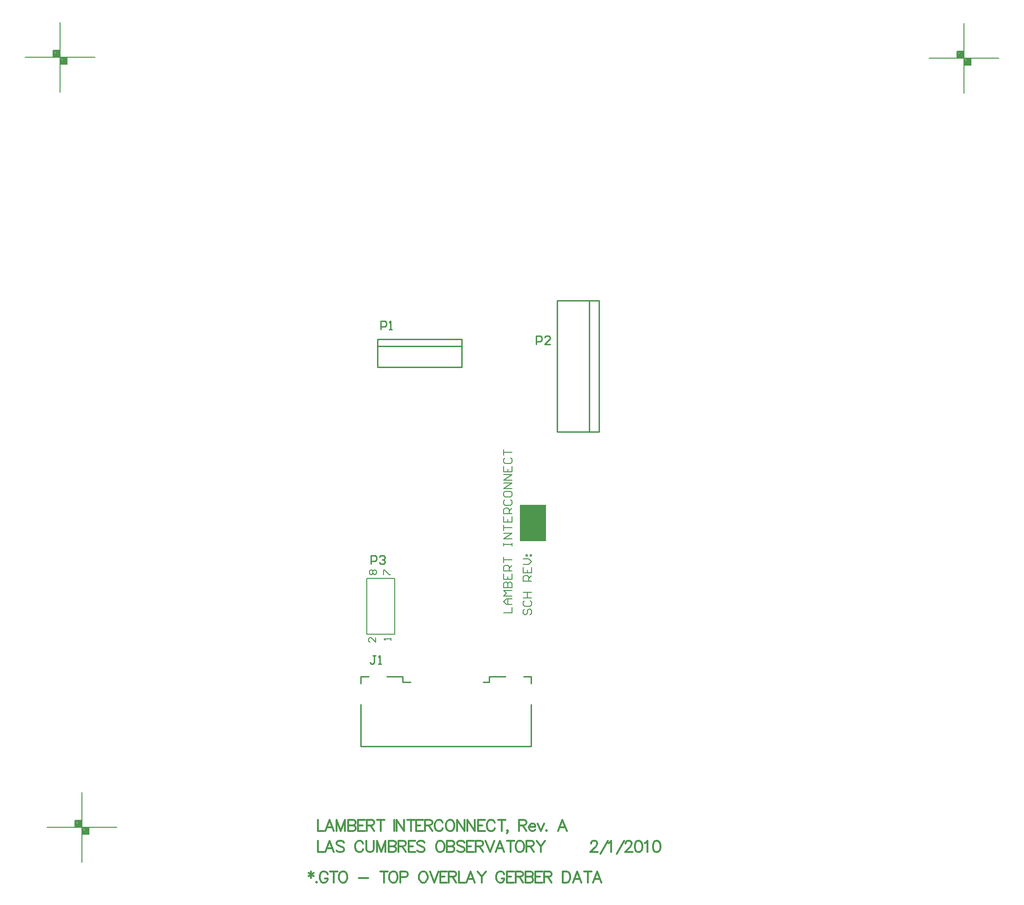
<source format=gto>
%FSLAX25Y25*%
%MOIN*%
G70*
G01*
G75*
G04 Layer_Color=65535*
%ADD10C,0.01000*%
%ADD11C,0.03000*%
%ADD12C,0.01201*%
%ADD13C,0.00800*%
%ADD14C,0.01200*%
%ADD15C,0.01201*%
%ADD16R,0.05906X0.05906*%
%ADD17C,0.05906*%
%ADD18C,0.27559*%
%ADD19R,0.05906X0.05906*%
%ADD20R,0.12000X0.12000*%
%ADD21C,0.12000*%
%ADD22C,0.25000*%
%ADD23R,0.06200X0.06200*%
%ADD24C,0.06200*%
%ADD25C,0.02400*%
%ADD26C,0.04000*%
%ADD27C,0.07543*%
%ADD28C,0.19748*%
G04:AMPARAMS|DCode=29|XSize=95.433mil|YSize=95.433mil|CornerRadius=0mil|HoleSize=0mil|Usage=FLASHONLY|Rotation=0.000|XOffset=0mil|YOffset=0mil|HoleType=Round|Shape=Relief|Width=10mil|Gap=10mil|Entries=4|*
%AMTHD29*
7,0,0,0.09543,0.07543,0.01000,45*
%
%ADD29THD29*%
%ADD30C,0.11000*%
G04:AMPARAMS|DCode=31|XSize=130mil|YSize=130mil|CornerRadius=0mil|HoleSize=0mil|Usage=FLASHONLY|Rotation=0.000|XOffset=0mil|YOffset=0mil|HoleType=Round|Shape=Relief|Width=10mil|Gap=10mil|Entries=4|*
%AMTHD31*
7,0,0,0.13000,0.11000,0.01000,45*
%
%ADD31THD31*%
%ADD32C,0.16000*%
%ADD33C,0.07500*%
G04:AMPARAMS|DCode=34|XSize=95mil|YSize=95mil|CornerRadius=0mil|HoleSize=0mil|Usage=FLASHONLY|Rotation=0.000|XOffset=0mil|YOffset=0mil|HoleType=Round|Shape=Relief|Width=10mil|Gap=10mil|Entries=4|*
%AMTHD34*
7,0,0,0.09500,0.07500,0.01000,45*
%
%ADD34THD34*%
%ADD35C,0.05000*%
%ADD36C,0.00500*%
%ADD37C,0.00787*%
%ADD38R,0.18504X0.26378*%
D10*
X29646Y276929D02*
X90146D01*
X29646Y256929D02*
X90146D01*
X29646D02*
Y276929D01*
X90146Y256929D02*
Y276929D01*
X29646Y271929D02*
X90146D01*
X181472Y210898D02*
Y304898D01*
X158472Y210898D02*
Y304898D01*
X188472Y218898D02*
Y304898D01*
X170472D02*
X188472D01*
Y210898D02*
Y218898D01*
X158472Y210898D02*
X188472D01*
X158472Y304898D02*
X170472D01*
X17756Y-14665D02*
X139756D01*
X47756Y31335D02*
X53256D01*
X105256D02*
X109756D01*
Y35335D02*
X121256D01*
X134256D02*
X139756D01*
X36256D02*
X47756D01*
X17756D02*
X23256D01*
X139756Y-14665D02*
Y15335D01*
Y30335D02*
Y35335D01*
X17756Y-14665D02*
Y15335D01*
Y30335D02*
Y35335D01*
X47756Y31335D02*
Y35335D01*
X109756Y31335D02*
Y35335D01*
X32000Y284000D02*
Y289998D01*
X34999D01*
X35999Y288998D01*
Y286999D01*
X34999Y285999D01*
X32000D01*
X37998Y284000D02*
X39997D01*
X38998D01*
Y289998D01*
X37998Y288998D01*
X25197Y116142D02*
Y122140D01*
X28196D01*
X29195Y121140D01*
Y119141D01*
X28196Y118141D01*
X25197D01*
X31195Y121140D02*
X32195Y122140D01*
X34194D01*
X35194Y121140D01*
Y120140D01*
X34194Y119141D01*
X33194D01*
X34194D01*
X35194Y118141D01*
Y117141D01*
X34194Y116142D01*
X32195D01*
X31195Y117141D01*
X143500Y273500D02*
Y279498D01*
X146499D01*
X147499Y278498D01*
Y276499D01*
X146499Y275499D01*
X143500D01*
X153497Y273500D02*
X149498D01*
X153497Y277499D01*
Y278498D01*
X152497Y279498D01*
X150498D01*
X149498Y278498D01*
X28499Y50498D02*
X26499D01*
X27499D01*
Y45500D01*
X26499Y44500D01*
X25500D01*
X24500Y45500D01*
X30498Y44500D02*
X32497D01*
X31498D01*
Y50498D01*
X30498Y49498D01*
D12*
X-17781Y-104206D02*
Y-108777D01*
X-19685Y-105349D02*
X-15876Y-107634D01*
Y-105349D02*
X-19685Y-107634D01*
X-13858Y-111443D02*
X-14239Y-111824D01*
X-13858Y-112205D01*
X-13477Y-111824D01*
X-13858Y-111443D01*
X-6012Y-106111D02*
X-6393Y-105349D01*
X-7154Y-104587D01*
X-7916Y-104206D01*
X-9440D01*
X-10201Y-104587D01*
X-10963Y-105349D01*
X-11344Y-106111D01*
X-11725Y-107253D01*
Y-109158D01*
X-11344Y-110300D01*
X-10963Y-111062D01*
X-10201Y-111824D01*
X-9440Y-112205D01*
X-7916D01*
X-7154Y-111824D01*
X-6393Y-111062D01*
X-6012Y-110300D01*
Y-109158D01*
X-7916D02*
X-6012D01*
X-1517Y-104206D02*
Y-112205D01*
X-4184Y-104206D02*
X1149D01*
X4386D02*
X3624Y-104587D01*
X2863Y-105349D01*
X2482Y-106111D01*
X2101Y-107253D01*
Y-109158D01*
X2482Y-110300D01*
X2863Y-111062D01*
X3624Y-111824D01*
X4386Y-112205D01*
X5909D01*
X6671Y-111824D01*
X7433Y-111062D01*
X7814Y-110300D01*
X8195Y-109158D01*
Y-107253D01*
X7814Y-106111D01*
X7433Y-105349D01*
X6671Y-104587D01*
X5909Y-104206D01*
X4386D01*
X16345Y-108777D02*
X23201D01*
X34513Y-104206D02*
Y-112205D01*
X31847Y-104206D02*
X37179D01*
X40416D02*
X39655Y-104587D01*
X38893Y-105349D01*
X38512Y-106111D01*
X38131Y-107253D01*
Y-109158D01*
X38512Y-110300D01*
X38893Y-111062D01*
X39655Y-111824D01*
X40416Y-112205D01*
X41940D01*
X42702Y-111824D01*
X43463Y-111062D01*
X43844Y-110300D01*
X44225Y-109158D01*
Y-107253D01*
X43844Y-106111D01*
X43463Y-105349D01*
X42702Y-104587D01*
X41940Y-104206D01*
X40416D01*
X46091Y-108396D02*
X49519D01*
X50662Y-108015D01*
X51043Y-107634D01*
X51424Y-106872D01*
Y-105730D01*
X51043Y-104968D01*
X50662Y-104587D01*
X49519Y-104206D01*
X46091D01*
Y-112205D01*
X61783Y-104206D02*
X61022Y-104587D01*
X60260Y-105349D01*
X59879Y-106111D01*
X59498Y-107253D01*
Y-109158D01*
X59879Y-110300D01*
X60260Y-111062D01*
X61022Y-111824D01*
X61783Y-112205D01*
X63307D01*
X64068Y-111824D01*
X64830Y-111062D01*
X65211Y-110300D01*
X65592Y-109158D01*
Y-107253D01*
X65211Y-106111D01*
X64830Y-105349D01*
X64068Y-104587D01*
X63307Y-104206D01*
X61783D01*
X67458D02*
X70505Y-112205D01*
X73552Y-104206D02*
X70505Y-112205D01*
X79532Y-104206D02*
X74581D01*
Y-112205D01*
X79532D01*
X74581Y-108015D02*
X77627D01*
X80865Y-104206D02*
Y-112205D01*
Y-104206D02*
X84293D01*
X85435Y-104587D01*
X85816Y-104968D01*
X86197Y-105730D01*
Y-106492D01*
X85816Y-107253D01*
X85435Y-107634D01*
X84293Y-108015D01*
X80865D01*
X83531D02*
X86197Y-112205D01*
X87987Y-104206D02*
Y-112205D01*
X92558D01*
X99528D02*
X96481Y-104206D01*
X93434Y-112205D01*
X94576Y-109539D02*
X98385D01*
X101394Y-104206D02*
X104441Y-108015D01*
Y-112205D01*
X107488Y-104206D02*
X104441Y-108015D01*
X120513Y-106111D02*
X120133Y-105349D01*
X119371Y-104587D01*
X118609Y-104206D01*
X117086D01*
X116324Y-104587D01*
X115562Y-105349D01*
X115181Y-106111D01*
X114800Y-107253D01*
Y-109158D01*
X115181Y-110300D01*
X115562Y-111062D01*
X116324Y-111824D01*
X117086Y-112205D01*
X118609D01*
X119371Y-111824D01*
X120133Y-111062D01*
X120513Y-110300D01*
Y-109158D01*
X118609D02*
X120513D01*
X127293Y-104206D02*
X122342D01*
Y-112205D01*
X127293D01*
X122342Y-108015D02*
X125389D01*
X128626Y-104206D02*
Y-112205D01*
Y-104206D02*
X132054D01*
X133196Y-104587D01*
X133577Y-104968D01*
X133958Y-105730D01*
Y-106492D01*
X133577Y-107253D01*
X133196Y-107634D01*
X132054Y-108015D01*
X128626D01*
X131292D02*
X133958Y-112205D01*
X135748Y-104206D02*
Y-112205D01*
Y-104206D02*
X139176D01*
X140319Y-104587D01*
X140700Y-104968D01*
X141080Y-105730D01*
Y-106492D01*
X140700Y-107253D01*
X140319Y-107634D01*
X139176Y-108015D01*
X135748D02*
X139176D01*
X140319Y-108396D01*
X140700Y-108777D01*
X141080Y-109539D01*
Y-110681D01*
X140700Y-111443D01*
X140319Y-111824D01*
X139176Y-112205D01*
X135748D01*
X147822Y-104206D02*
X142871D01*
Y-112205D01*
X147822D01*
X142871Y-108015D02*
X145918D01*
X149155Y-104206D02*
Y-112205D01*
Y-104206D02*
X152583D01*
X153725Y-104587D01*
X154106Y-104968D01*
X154487Y-105730D01*
Y-106492D01*
X154106Y-107253D01*
X153725Y-107634D01*
X152583Y-108015D01*
X149155D01*
X151821D02*
X154487Y-112205D01*
X162562Y-104206D02*
Y-112205D01*
Y-104206D02*
X165228D01*
X166370Y-104587D01*
X167132Y-105349D01*
X167513Y-106111D01*
X167894Y-107253D01*
Y-109158D01*
X167513Y-110300D01*
X167132Y-111062D01*
X166370Y-111824D01*
X165228Y-112205D01*
X162562D01*
X175778D02*
X172731Y-104206D01*
X169684Y-112205D01*
X170826Y-109539D02*
X174635D01*
X180310Y-104206D02*
Y-112205D01*
X177644Y-104206D02*
X182976D01*
X190022Y-112205D02*
X186975Y-104206D01*
X183929Y-112205D01*
X185071Y-109539D02*
X188880D01*
D13*
X135159Y83920D02*
X134159Y82920D01*
Y80921D01*
X135159Y79921D01*
X136159D01*
X137158Y80921D01*
Y82920D01*
X138158Y83920D01*
X139158D01*
X140157Y82920D01*
Y80921D01*
X139158Y79921D01*
X135159Y89918D02*
X134159Y88918D01*
Y86919D01*
X135159Y85919D01*
X139158D01*
X140157Y86919D01*
Y88918D01*
X139158Y89918D01*
X134159Y91917D02*
X140157D01*
X137158D01*
Y95916D01*
X134159D01*
X140157D01*
Y103913D02*
X134159D01*
Y106913D01*
X135159Y107912D01*
X137158D01*
X138158Y106913D01*
Y103913D01*
Y105913D02*
X140157Y107912D01*
X134159Y113910D02*
Y109912D01*
X140157D01*
Y113910D01*
X137158Y109912D02*
Y111911D01*
X134159Y115910D02*
X138158D01*
X140157Y117909D01*
X138158Y119908D01*
X134159D01*
X136159Y121908D02*
Y122907D01*
X137158D01*
Y121908D01*
X136159D01*
X139158D02*
Y122907D01*
X140157D01*
Y121908D01*
X139158D01*
X119986Y81102D02*
X125984D01*
Y85101D01*
Y87100D02*
X121985D01*
X119986Y89100D01*
X121985Y91099D01*
X125984D01*
X122985D01*
Y87100D01*
X125984Y93098D02*
X119986D01*
X121985Y95098D01*
X119986Y97097D01*
X125984D01*
X119986Y99097D02*
X125984D01*
Y102096D01*
X124985Y103095D01*
X123985D01*
X122985Y102096D01*
Y99097D01*
Y102096D01*
X121985Y103095D01*
X120986D01*
X119986Y102096D01*
Y99097D01*
Y109093D02*
Y105095D01*
X125984D01*
Y109093D01*
X122985Y105095D02*
Y107094D01*
X125984Y111093D02*
X119986D01*
Y114092D01*
X120986Y115091D01*
X122985D01*
X123985Y114092D01*
Y111093D01*
Y113092D02*
X125984Y115091D01*
X119986Y117091D02*
Y121089D01*
Y119090D01*
X125984D01*
X119986Y129087D02*
Y131086D01*
Y130087D01*
X125984D01*
Y129087D01*
Y131086D01*
Y134085D02*
X119986D01*
X125984Y138084D01*
X119986D01*
Y140083D02*
Y144082D01*
Y142083D01*
X125984D01*
X119986Y150080D02*
Y146081D01*
X125984D01*
Y150080D01*
X122985Y146081D02*
Y148081D01*
X125984Y152079D02*
X119986D01*
Y155078D01*
X120986Y156078D01*
X122985D01*
X123985Y155078D01*
Y152079D01*
Y154079D02*
X125984Y156078D01*
X120986Y162076D02*
X119986Y161076D01*
Y159077D01*
X120986Y158078D01*
X124985D01*
X125984Y159077D01*
Y161076D01*
X124985Y162076D01*
X119986Y167075D02*
Y165075D01*
X120986Y164076D01*
X124985D01*
X125984Y165075D01*
Y167075D01*
X124985Y168074D01*
X120986D01*
X119986Y167075D01*
X125984Y170074D02*
X119986D01*
X125984Y174072D01*
X119986D01*
X125984Y176072D02*
X119986D01*
X125984Y180070D01*
X119986D01*
Y186068D02*
Y182070D01*
X125984D01*
Y186068D01*
X122985Y182070D02*
Y184069D01*
X120986Y192067D02*
X119986Y191067D01*
Y189067D01*
X120986Y188068D01*
X124985D01*
X125984Y189067D01*
Y191067D01*
X124985Y192067D01*
X119986Y194066D02*
Y198064D01*
Y196065D01*
X125984D01*
X24835Y108500D02*
X24002Y109333D01*
Y110999D01*
X24835Y111832D01*
X25668D01*
X26501Y110999D01*
X27334Y111832D01*
X28167D01*
X29000Y110999D01*
Y109333D01*
X28167Y108500D01*
X27334D01*
X26501Y109333D01*
X25668Y108500D01*
X24835D01*
X26501Y109333D02*
Y110999D01*
X34002Y108500D02*
Y111832D01*
X34835D01*
X38167Y108500D01*
X39000D01*
X39500Y61500D02*
Y63166D01*
Y62333D01*
X34502D01*
X35335Y61500D01*
X28500Y63332D02*
Y60000D01*
X25168Y63332D01*
X24335D01*
X23502Y62499D01*
Y60833D01*
X24335Y60000D01*
X-207028Y-72528D02*
X-157028D01*
X-182028Y-97528D02*
Y-47528D01*
X-187028Y-67528D02*
X-187028Y-72528D01*
X-187028Y-67528D02*
X-182028Y-67528D01*
X-177028Y-72528D02*
X-177028Y-77528D01*
X-182028Y-77528D02*
X-177028Y-77528D01*
X-181528Y-73028D02*
X-177528D01*
Y-77028D02*
Y-73028D01*
X-181528Y-77028D02*
X-177528D01*
X-181528D02*
Y-73028D01*
X-181028Y-73528D02*
X-178028D01*
Y-76528D02*
Y-73528D01*
X-181028Y-76528D02*
X-178028D01*
X-181028D02*
Y-74028D01*
X-180528D02*
X-178528D01*
X-178528Y-76028D01*
X-180528Y-76028D02*
X-178528Y-76028D01*
X-180528Y-76028D02*
Y-74528D01*
X-180028Y-74528D02*
X-179028Y-74528D01*
Y-75528D02*
Y-74528D01*
X-180028Y-75528D02*
X-179028D01*
X-180028D02*
X-180028Y-74528D01*
Y-75028D02*
X-179028D01*
X-186528Y-68028D02*
X-182528D01*
Y-72028D02*
Y-68028D01*
X-186528Y-72028D02*
X-182528D01*
X-186528D02*
Y-68028D01*
X-186028Y-68528D02*
X-183028D01*
Y-71528D02*
Y-68528D01*
X-186028Y-71528D02*
X-183028D01*
X-186028D02*
Y-69028D01*
X-185528D02*
X-183528Y-69028D01*
Y-71028D02*
Y-69028D01*
X-185528Y-71028D02*
X-183528D01*
X-185528D02*
Y-69528D01*
X-185028D02*
X-184028D01*
X-184028Y-70528D02*
X-184028Y-69528D01*
X-185028Y-70528D02*
X-184028Y-70528D01*
X-185028Y-70528D02*
Y-69528D01*
Y-70028D02*
X-184028D01*
X-222728Y479172D02*
X-172728D01*
X-197728Y454172D02*
Y504172D01*
X-202728Y484172D02*
X-202728Y479172D01*
X-202728Y484172D02*
X-197728Y484172D01*
X-192728Y479172D02*
X-192728Y474172D01*
X-197728Y474172D02*
X-192728Y474172D01*
X-197228Y478672D02*
X-193228D01*
Y474672D02*
Y478672D01*
X-197228Y474672D02*
X-193228D01*
X-197228D02*
Y478672D01*
X-196728Y478172D02*
X-193728D01*
Y475172D02*
Y478172D01*
X-196728Y475172D02*
X-193728D01*
X-196728D02*
Y477672D01*
X-196228D02*
X-194228D01*
X-194228Y475672D01*
X-196228Y475672D02*
X-194228Y475672D01*
X-196228Y475672D02*
Y477172D01*
X-195728Y477172D02*
X-194728Y477172D01*
Y476172D02*
Y477172D01*
X-195728Y476172D02*
X-194728D01*
X-195728D02*
X-195728Y477172D01*
Y476672D02*
X-194728D01*
X-202228Y483672D02*
X-198228D01*
Y479672D02*
Y483672D01*
X-202228Y479672D02*
X-198228D01*
X-202228D02*
Y483672D01*
X-201728Y483172D02*
X-198728D01*
Y480172D02*
Y483172D01*
X-201728Y480172D02*
X-198728D01*
X-201728D02*
Y482672D01*
X-201228D02*
X-199228Y482672D01*
Y480672D02*
Y482672D01*
X-201227Y480672D02*
X-199228D01*
X-201227D02*
Y482172D01*
X-200728D02*
X-199727D01*
X-199728Y481172D02*
X-199727Y482172D01*
X-200728Y481172D02*
X-199728Y481172D01*
X-200728Y481172D02*
Y482172D01*
Y481672D02*
X-199728D01*
X424872Y478372D02*
X474872D01*
X449872Y453372D02*
Y503372D01*
X444872Y483372D02*
X444873Y478372D01*
X444872Y483372D02*
X449872Y483372D01*
X454872Y478372D02*
X454872Y473372D01*
X449872Y473372D02*
X454872Y473372D01*
X450372Y477872D02*
X454372D01*
Y473872D02*
Y477872D01*
X450372Y473872D02*
X454372D01*
X450372D02*
Y477872D01*
X450872Y477372D02*
X453872D01*
Y474372D02*
Y477372D01*
X450872Y474372D02*
X453872D01*
X450872D02*
Y476872D01*
X451372D02*
X453372D01*
X453372Y474872D01*
X451372Y474872D02*
X453372Y474872D01*
X451372Y474872D02*
Y476372D01*
X451872Y476372D02*
X452872Y476372D01*
Y475372D02*
Y476372D01*
X451872Y475372D02*
X452872D01*
X451872D02*
X451872Y476372D01*
Y475872D02*
X452872D01*
X445372Y482872D02*
X449372D01*
Y478872D02*
Y482872D01*
X445372Y478872D02*
X449372D01*
X445372D02*
Y482872D01*
X445872Y482372D02*
X448872D01*
Y479372D02*
Y482372D01*
X445872Y479372D02*
X448872D01*
X445872D02*
Y481872D01*
X446372D02*
X448372Y481872D01*
Y479872D02*
Y481872D01*
X446373Y479872D02*
X448372D01*
X446373D02*
Y481372D01*
X446872D02*
X447872D01*
X447872Y480372D02*
X447872Y481372D01*
X446872Y480372D02*
X447872Y480372D01*
X446872Y480372D02*
Y481372D01*
Y480872D02*
X447872D01*
D14*
X-13028Y-67283D02*
Y-75281D01*
X-8458D01*
X-1488D02*
X-4535Y-67283D01*
X-7582Y-75281D01*
X-6439Y-72615D02*
X-2631D01*
X378Y-67283D02*
Y-75281D01*
Y-67283D02*
X3425Y-75281D01*
X6472Y-67283D02*
X3425Y-75281D01*
X6472Y-67283D02*
Y-75281D01*
X8758Y-67283D02*
Y-75281D01*
Y-67283D02*
X12185D01*
X13328Y-67664D01*
X13709Y-68045D01*
X14090Y-68806D01*
Y-69568D01*
X13709Y-70330D01*
X13328Y-70711D01*
X12185Y-71092D01*
X8758D02*
X12185D01*
X13328Y-71472D01*
X13709Y-71853D01*
X14090Y-72615D01*
Y-73758D01*
X13709Y-74519D01*
X13328Y-74900D01*
X12185Y-75281D01*
X8758D01*
X20831Y-67283D02*
X15880D01*
Y-75281D01*
X20831D01*
X15880Y-71092D02*
X18927D01*
X22164Y-67283D02*
Y-75281D01*
Y-67283D02*
X25592D01*
X26735Y-67664D01*
X27115Y-68045D01*
X27496Y-68806D01*
Y-69568D01*
X27115Y-70330D01*
X26735Y-70711D01*
X25592Y-71092D01*
X22164D01*
X24830D02*
X27496Y-75281D01*
X31953Y-67283D02*
Y-75281D01*
X29286Y-67283D02*
X34619D01*
X41855D02*
Y-75281D01*
X43531Y-67283D02*
Y-75281D01*
Y-67283D02*
X48863Y-75281D01*
Y-67283D02*
Y-75281D01*
X53738Y-67283D02*
Y-75281D01*
X51072Y-67283D02*
X56404D01*
X62308D02*
X57357D01*
Y-75281D01*
X62308D01*
X57357Y-71092D02*
X60404D01*
X63641Y-67283D02*
Y-75281D01*
Y-67283D02*
X67069D01*
X68211Y-67664D01*
X68592Y-68045D01*
X68973Y-68806D01*
Y-69568D01*
X68592Y-70330D01*
X68211Y-70711D01*
X67069Y-71092D01*
X63641D01*
X66307D02*
X68973Y-75281D01*
X76476Y-69187D02*
X76095Y-68425D01*
X75334Y-67664D01*
X74572Y-67283D01*
X73048D01*
X72287Y-67664D01*
X71525Y-68425D01*
X71144Y-69187D01*
X70763Y-70330D01*
Y-72234D01*
X71144Y-73377D01*
X71525Y-74138D01*
X72287Y-74900D01*
X73048Y-75281D01*
X74572D01*
X75334Y-74900D01*
X76095Y-74138D01*
X76476Y-73377D01*
X81009Y-67283D02*
X80247Y-67664D01*
X79485Y-68425D01*
X79104Y-69187D01*
X78723Y-70330D01*
Y-72234D01*
X79104Y-73377D01*
X79485Y-74138D01*
X80247Y-74900D01*
X81009Y-75281D01*
X82532D01*
X83294Y-74900D01*
X84056Y-74138D01*
X84437Y-73377D01*
X84817Y-72234D01*
Y-70330D01*
X84437Y-69187D01*
X84056Y-68425D01*
X83294Y-67664D01*
X82532Y-67283D01*
X81009D01*
X86684D02*
Y-75281D01*
Y-67283D02*
X92016Y-75281D01*
Y-67283D02*
Y-75281D01*
X94225Y-67283D02*
Y-75281D01*
Y-67283D02*
X99557Y-75281D01*
Y-67283D02*
Y-75281D01*
X106717Y-67283D02*
X101766D01*
Y-75281D01*
X106717D01*
X101766Y-71092D02*
X104813D01*
X113763Y-69187D02*
X113383Y-68425D01*
X112621Y-67664D01*
X111859Y-67283D01*
X110336D01*
X109574Y-67664D01*
X108812Y-68425D01*
X108431Y-69187D01*
X108051Y-70330D01*
Y-72234D01*
X108431Y-73377D01*
X108812Y-74138D01*
X109574Y-74900D01*
X110336Y-75281D01*
X111859D01*
X112621Y-74900D01*
X113383Y-74138D01*
X113763Y-73377D01*
X118677Y-67283D02*
Y-75281D01*
X116011Y-67283D02*
X121343D01*
X123057Y-74900D02*
X122676Y-75281D01*
X122295Y-74900D01*
X122676Y-74519D01*
X123057Y-74900D01*
Y-75662D01*
X122676Y-76424D01*
X122295Y-76805D01*
X131093Y-67283D02*
Y-75281D01*
Y-67283D02*
X134521D01*
X135664Y-67664D01*
X136045Y-68045D01*
X136425Y-68806D01*
Y-69568D01*
X136045Y-70330D01*
X135664Y-70711D01*
X134521Y-71092D01*
X131093D01*
X133759D02*
X136425Y-75281D01*
X138215Y-72234D02*
X142786D01*
Y-71472D01*
X142405Y-70711D01*
X142024Y-70330D01*
X141262Y-69949D01*
X140120D01*
X139358Y-70330D01*
X138596Y-71092D01*
X138215Y-72234D01*
Y-72996D01*
X138596Y-74138D01*
X139358Y-74900D01*
X140120Y-75281D01*
X141262D01*
X142024Y-74900D01*
X142786Y-74138D01*
X144500Y-69949D02*
X146785Y-75281D01*
X149070Y-69949D02*
X146785Y-75281D01*
X150746Y-74519D02*
X150365Y-74900D01*
X150746Y-75281D01*
X151127Y-74900D01*
X150746Y-74519D01*
X165257Y-75281D02*
X162210Y-67283D01*
X159163Y-75281D01*
X160306Y-72615D02*
X164115D01*
D15*
X-13028Y-82284D02*
Y-90283D01*
X-8458D01*
X-1488D02*
X-4535Y-82284D01*
X-7582Y-90283D01*
X-6439Y-87617D02*
X-2631D01*
X5711Y-83427D02*
X4949Y-82665D01*
X3806Y-82284D01*
X2283D01*
X1140Y-82665D01*
X378Y-83427D01*
Y-84189D01*
X759Y-84951D01*
X1140Y-85331D01*
X1902Y-85712D01*
X4187Y-86474D01*
X4949Y-86855D01*
X5330Y-87236D01*
X5711Y-87998D01*
Y-89140D01*
X4949Y-89902D01*
X3806Y-90283D01*
X2283D01*
X1140Y-89902D01*
X378Y-89140D01*
X19498Y-84189D02*
X19117Y-83427D01*
X18355Y-82665D01*
X17594Y-82284D01*
X16070D01*
X15308Y-82665D01*
X14547Y-83427D01*
X14166Y-84189D01*
X13785Y-85331D01*
Y-87236D01*
X14166Y-88378D01*
X14547Y-89140D01*
X15308Y-89902D01*
X16070Y-90283D01*
X17594D01*
X18355Y-89902D01*
X19117Y-89140D01*
X19498Y-88378D01*
X21745Y-82284D02*
Y-87998D01*
X22126Y-89140D01*
X22888Y-89902D01*
X24030Y-90283D01*
X24792D01*
X25935Y-89902D01*
X26697Y-89140D01*
X27077Y-87998D01*
Y-82284D01*
X29286D02*
Y-90283D01*
Y-82284D02*
X32333Y-90283D01*
X35380Y-82284D02*
X32333Y-90283D01*
X35380Y-82284D02*
Y-90283D01*
X37666Y-82284D02*
Y-90283D01*
Y-82284D02*
X41093D01*
X42236Y-82665D01*
X42617Y-83046D01*
X42998Y-83808D01*
Y-84570D01*
X42617Y-85331D01*
X42236Y-85712D01*
X41093Y-86093D01*
X37666D02*
X41093D01*
X42236Y-86474D01*
X42617Y-86855D01*
X42998Y-87617D01*
Y-88759D01*
X42617Y-89521D01*
X42236Y-89902D01*
X41093Y-90283D01*
X37666D01*
X44788Y-82284D02*
Y-90283D01*
Y-82284D02*
X48216D01*
X49358Y-82665D01*
X49739Y-83046D01*
X50120Y-83808D01*
Y-84570D01*
X49739Y-85331D01*
X49358Y-85712D01*
X48216Y-86093D01*
X44788D01*
X47454D02*
X50120Y-90283D01*
X56861Y-82284D02*
X51910D01*
Y-90283D01*
X56861D01*
X51910Y-86093D02*
X54957D01*
X63527Y-83427D02*
X62765Y-82665D01*
X61622Y-82284D01*
X60099D01*
X58956Y-82665D01*
X58195Y-83427D01*
Y-84189D01*
X58575Y-84951D01*
X58956Y-85331D01*
X59718Y-85712D01*
X62003Y-86474D01*
X62765Y-86855D01*
X63146Y-87236D01*
X63527Y-87998D01*
Y-89140D01*
X62765Y-89902D01*
X61622Y-90283D01*
X60099D01*
X58956Y-89902D01*
X58195Y-89140D01*
X73886Y-82284D02*
X73125Y-82665D01*
X72363Y-83427D01*
X71982Y-84189D01*
X71601Y-85331D01*
Y-87236D01*
X71982Y-88378D01*
X72363Y-89140D01*
X73125Y-89902D01*
X73886Y-90283D01*
X75410D01*
X76172Y-89902D01*
X76933Y-89140D01*
X77314Y-88378D01*
X77695Y-87236D01*
Y-85331D01*
X77314Y-84189D01*
X76933Y-83427D01*
X76172Y-82665D01*
X75410Y-82284D01*
X73886D01*
X79561D02*
Y-90283D01*
Y-82284D02*
X82989D01*
X84132Y-82665D01*
X84513Y-83046D01*
X84894Y-83808D01*
Y-84570D01*
X84513Y-85331D01*
X84132Y-85712D01*
X82989Y-86093D01*
X79561D02*
X82989D01*
X84132Y-86474D01*
X84513Y-86855D01*
X84894Y-87617D01*
Y-88759D01*
X84513Y-89521D01*
X84132Y-89902D01*
X82989Y-90283D01*
X79561D01*
X92016Y-83427D02*
X91254Y-82665D01*
X90111Y-82284D01*
X88588D01*
X87445Y-82665D01*
X86684Y-83427D01*
Y-84189D01*
X87064Y-84951D01*
X87445Y-85331D01*
X88207Y-85712D01*
X90492Y-86474D01*
X91254Y-86855D01*
X91635Y-87236D01*
X92016Y-87998D01*
Y-89140D01*
X91254Y-89902D01*
X90111Y-90283D01*
X88588D01*
X87445Y-89902D01*
X86684Y-89140D01*
X98757Y-82284D02*
X93806D01*
Y-90283D01*
X98757D01*
X93806Y-86093D02*
X96853D01*
X100090Y-82284D02*
Y-90283D01*
Y-82284D02*
X103518D01*
X104661Y-82665D01*
X105042Y-83046D01*
X105422Y-83808D01*
Y-84570D01*
X105042Y-85331D01*
X104661Y-85712D01*
X103518Y-86093D01*
X100090D01*
X102756D02*
X105422Y-90283D01*
X107212Y-82284D02*
X110259Y-90283D01*
X113306Y-82284D02*
X110259Y-90283D01*
X120429D02*
X117382Y-82284D01*
X114335Y-90283D01*
X115477Y-87617D02*
X119286D01*
X124961Y-82284D02*
Y-90283D01*
X122295Y-82284D02*
X127627D01*
X130865D02*
X130103Y-82665D01*
X129341Y-83427D01*
X128960Y-84189D01*
X128579Y-85331D01*
Y-87236D01*
X128960Y-88378D01*
X129341Y-89140D01*
X130103Y-89902D01*
X130865Y-90283D01*
X132388D01*
X133150Y-89902D01*
X133912Y-89140D01*
X134292Y-88378D01*
X134673Y-87236D01*
Y-85331D01*
X134292Y-84189D01*
X133912Y-83427D01*
X133150Y-82665D01*
X132388Y-82284D01*
X130865D01*
X136540D02*
Y-90283D01*
Y-82284D02*
X139967D01*
X141110Y-82665D01*
X141491Y-83046D01*
X141872Y-83808D01*
Y-84570D01*
X141491Y-85331D01*
X141110Y-85712D01*
X139967Y-86093D01*
X136540D01*
X139206D02*
X141872Y-90283D01*
X143662Y-82284D02*
X146709Y-86093D01*
Y-90283D01*
X149756Y-82284D02*
X146709Y-86093D01*
X182587Y-84189D02*
Y-83808D01*
X182968Y-83046D01*
X183349Y-82665D01*
X184110Y-82284D01*
X185634D01*
X186396Y-82665D01*
X186776Y-83046D01*
X187157Y-83808D01*
Y-84570D01*
X186776Y-85331D01*
X186015Y-86474D01*
X182206Y-90283D01*
X187538D01*
X189328Y-91425D02*
X194660Y-82284D01*
X195194Y-83808D02*
X195955Y-83427D01*
X197098Y-82284D01*
Y-90283D01*
X201059Y-91425D02*
X206391Y-82284D01*
X207305Y-84189D02*
Y-83808D01*
X207686Y-83046D01*
X208067Y-82665D01*
X208829Y-82284D01*
X210352D01*
X211114Y-82665D01*
X211495Y-83046D01*
X211876Y-83808D01*
Y-84570D01*
X211495Y-85331D01*
X210733Y-86474D01*
X206925Y-90283D01*
X212257D01*
X216332Y-82284D02*
X215189Y-82665D01*
X214428Y-83808D01*
X214047Y-85712D01*
Y-86855D01*
X214428Y-88759D01*
X215189Y-89902D01*
X216332Y-90283D01*
X217094D01*
X218236Y-89902D01*
X218998Y-88759D01*
X219379Y-86855D01*
Y-85712D01*
X218998Y-83808D01*
X218236Y-82665D01*
X217094Y-82284D01*
X216332D01*
X221169Y-83808D02*
X221931Y-83427D01*
X223073Y-82284D01*
Y-90283D01*
X229320Y-82284D02*
X228177Y-82665D01*
X227415Y-83808D01*
X227034Y-85712D01*
Y-86855D01*
X227415Y-88759D01*
X228177Y-89902D01*
X229320Y-90283D01*
X230081D01*
X231224Y-89902D01*
X231986Y-88759D01*
X232367Y-86855D01*
Y-85712D01*
X231986Y-83808D01*
X231224Y-82665D01*
X230081Y-82284D01*
X229320D01*
D37*
X22008Y105866D02*
X42008D01*
X22008Y65866D02*
X42008D01*
X22008D02*
Y105866D01*
X42008Y65866D02*
Y105866D01*
D38*
X141142Y145472D02*
D03*
M02*

</source>
